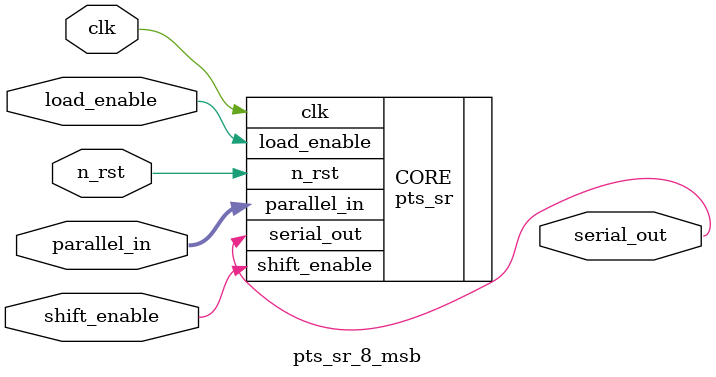
<source format=sv>

module pts_sr_8_msb
(
	input wire clk,
	input wire n_rst,
	input wire shift_enable,
	input wire load_enable,
	input wire [7:0] parallel_in,
	output reg serial_out 
);

	pts_sr 
	#(
		.NUM_BITS(8),
		.SHIFT_MSB(1)
	)
	CORE(
		.clk(clk),
		.n_rst(n_rst),
		.parallel_in(parallel_in),
		.shift_enable(shift_enable),
		.load_enable(load_enable),
		.serial_out(serial_out)
	);

endmodule

</source>
